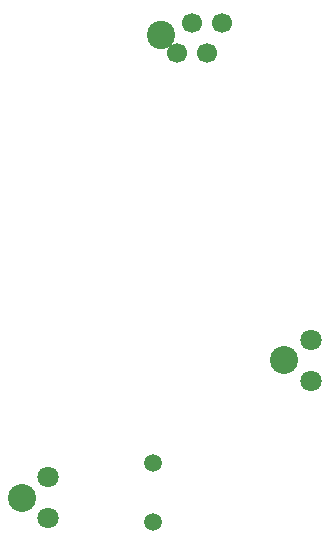
<source format=gbr>
G04 #@! TF.FileFunction,Soldermask,Bot*
%FSLAX46Y46*%
G04 Gerber Fmt 4.6, Leading zero omitted, Abs format (unit mm)*
G04 Created by KiCad (PCBNEW 4.0.7) date 02/05/18 22:40:42*
%MOMM*%
%LPD*%
G01*
G04 APERTURE LIST*
%ADD10C,0.100000*%
%ADD11C,1.517600*%
%ADD12C,1.797000*%
%ADD13C,2.381000*%
%ADD14C,1.700000*%
%ADD15C,2.400000*%
G04 APERTURE END LIST*
D10*
D11*
X59690000Y-102950000D03*
X59690000Y-107950000D03*
D12*
X50800000Y-107640000D03*
X50800000Y-104140000D03*
D13*
X48570000Y-105890000D03*
D12*
X73025000Y-96012000D03*
X73025000Y-92512000D03*
D13*
X70795000Y-94262000D03*
D14*
X64262000Y-68199000D03*
X61722000Y-68199000D03*
X62992000Y-65659000D03*
X65532000Y-65659000D03*
D15*
X60322000Y-66699000D03*
M02*

</source>
